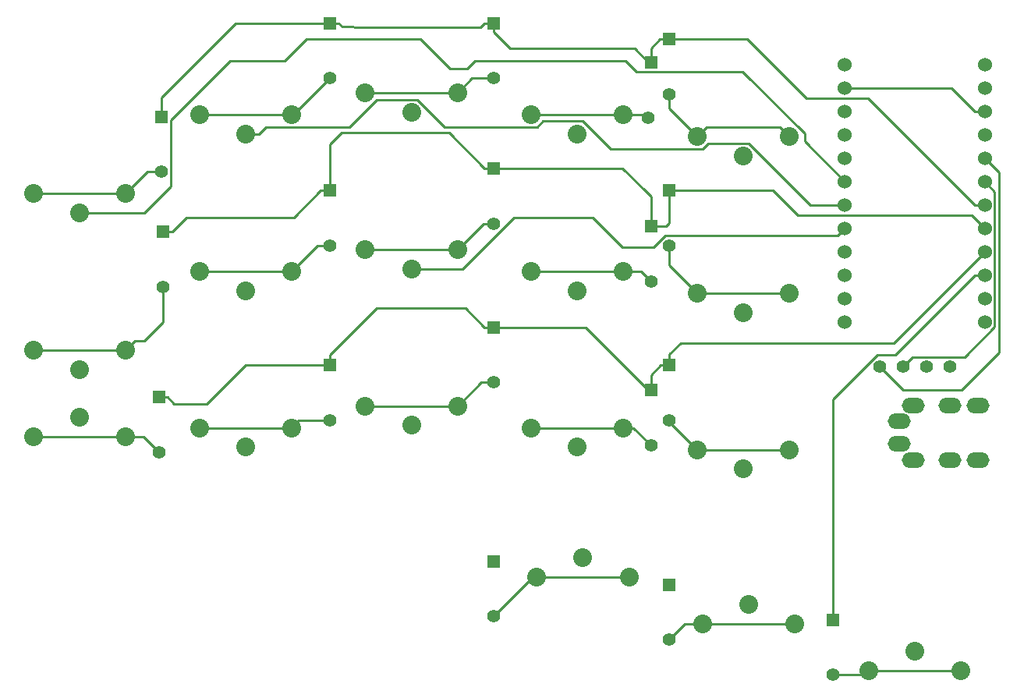
<source format=gbl>
G04 #@! TF.GenerationSoftware,KiCad,Pcbnew,(5.1.5-0-10_14)*
G04 #@! TF.CreationDate,2020-05-05T15:06:42+01:00*
G04 #@! TF.ProjectId,beak,6265616b-2e6b-4696-9361-645f70636258,2.1*
G04 #@! TF.SameCoordinates,Original*
G04 #@! TF.FileFunction,Copper,L2,Bot*
G04 #@! TF.FilePolarity,Positive*
%FSLAX46Y46*%
G04 Gerber Fmt 4.6, Leading zero omitted, Abs format (unit mm)*
G04 Created by KiCad (PCBNEW (5.1.5-0-10_14)) date 2020-05-05 15:06:42*
%MOMM*%
%LPD*%
G04 APERTURE LIST*
%ADD10C,2.032000*%
%ADD11C,1.397000*%
%ADD12R,1.397000X1.397000*%
%ADD13C,1.524000*%
%ADD14O,2.500000X1.700000*%
%ADD15C,0.250000*%
G04 APERTURE END LIST*
D10*
X116620000Y-85540000D03*
X111620000Y-87640000D03*
X121620000Y-87640000D03*
X116000000Y-70820000D03*
X111000000Y-68720000D03*
X121000000Y-68720000D03*
D11*
X108000000Y-65545000D03*
D12*
X108000000Y-59545000D03*
D11*
X138430000Y-59690000D03*
X135890000Y-59690000D03*
X133350000Y-59690000D03*
X130810000Y-59690000D03*
D10*
X98620000Y-80460000D03*
X93620000Y-82560000D03*
X103620000Y-82560000D03*
X139620000Y-92720000D03*
X129620000Y-92720000D03*
X134620000Y-90620000D03*
D13*
X127011400Y-26922000D03*
X127011400Y-29462000D03*
X127011400Y-32002000D03*
X127011400Y-34542000D03*
X127011400Y-37082000D03*
X127011400Y-39622000D03*
X127011400Y-42162000D03*
X127011400Y-44702000D03*
X127011400Y-47242000D03*
X127011400Y-49782000D03*
X127011400Y-52322000D03*
X127011400Y-54862000D03*
X142231400Y-54862000D03*
X142231400Y-52322000D03*
X142231400Y-49782000D03*
X142231400Y-47242000D03*
X142231400Y-44702000D03*
X142231400Y-42162000D03*
X142231400Y-39622000D03*
X142231400Y-37082000D03*
X142231400Y-34542000D03*
X142231400Y-32002000D03*
X142231400Y-29462000D03*
X142231400Y-26922000D03*
D10*
X98000000Y-68445000D03*
X93000000Y-66345000D03*
X103000000Y-66345000D03*
X80000000Y-66070000D03*
X75000000Y-63970000D03*
X85000000Y-63970000D03*
X62000000Y-68445000D03*
X57000000Y-66345000D03*
X67000000Y-66345000D03*
X49000000Y-67305000D03*
X39000000Y-67305000D03*
X44000000Y-65205000D03*
X116000000Y-53820000D03*
X111000000Y-51720000D03*
X121000000Y-51720000D03*
X98000000Y-51440000D03*
X93000000Y-49340000D03*
X103000000Y-49340000D03*
X80000000Y-49070000D03*
X75000000Y-46970000D03*
X85000000Y-46970000D03*
X62000000Y-51440000D03*
X57000000Y-49340000D03*
X67000000Y-49340000D03*
X49000000Y-57900000D03*
X39000000Y-57900000D03*
X44000000Y-60000000D03*
X116000000Y-36820000D03*
X111000000Y-34720000D03*
X121000000Y-34720000D03*
X98000000Y-34440000D03*
X93000000Y-32340000D03*
X103000000Y-32340000D03*
X85000000Y-29980000D03*
X75000000Y-29980000D03*
X80000000Y-32080000D03*
X62000000Y-34440000D03*
X57000000Y-32340000D03*
X67000000Y-32340000D03*
X49000000Y-40900000D03*
X39000000Y-40900000D03*
X44000000Y-43000000D03*
D14*
X132980000Y-65650000D03*
X134480000Y-69850000D03*
X138480000Y-69850000D03*
X141480000Y-69850000D03*
X138480000Y-63900000D03*
X141480000Y-63900000D03*
X132980000Y-68100000D03*
X134480000Y-63900000D03*
D11*
X52840000Y-38560000D03*
D12*
X52840000Y-32560000D03*
X71120000Y-22400000D03*
D11*
X71120000Y-28400000D03*
X88900000Y-28400000D03*
D12*
X88900000Y-22400000D03*
D11*
X105680000Y-32670000D03*
D12*
X106000000Y-26670000D03*
D11*
X107950000Y-30130000D03*
D12*
X107950000Y-24130000D03*
D11*
X53070000Y-51060000D03*
D12*
X53070000Y-45060000D03*
X71120000Y-40545000D03*
D11*
X71120000Y-46545000D03*
X88900000Y-44170000D03*
D12*
X88900000Y-38170000D03*
D11*
X106000000Y-50450000D03*
D12*
X106000000Y-44450000D03*
D11*
X108000000Y-46545000D03*
D12*
X108000000Y-40545000D03*
D11*
X52570000Y-68995000D03*
D12*
X52570000Y-62995000D03*
D11*
X71120000Y-65545000D03*
D12*
X71120000Y-59545000D03*
X88900000Y-55420000D03*
D11*
X88900000Y-61420000D03*
X106000000Y-68230000D03*
D12*
X106000000Y-62230000D03*
D11*
X88900000Y-86820000D03*
D12*
X88900000Y-80820000D03*
D11*
X107950000Y-89360000D03*
D12*
X107950000Y-83360000D03*
D11*
X125730000Y-93170000D03*
D12*
X125730000Y-87170000D03*
D15*
X52840000Y-32560000D02*
X52840000Y-30459666D01*
X60899666Y-22400000D02*
X70171500Y-22400000D01*
X52840000Y-30459666D02*
X60899666Y-22400000D01*
X70171500Y-22400000D02*
X71120000Y-22400000D01*
X72468801Y-22800301D02*
X72068500Y-22400000D01*
X104221801Y-25160301D02*
X90711801Y-25160301D01*
X105731500Y-26670000D02*
X104221801Y-25160301D01*
X72068500Y-22400000D02*
X71120000Y-22400000D01*
X88900000Y-22400000D02*
X88900000Y-22860000D01*
X106000000Y-25721500D02*
X106000000Y-26670000D01*
X106000000Y-25131500D02*
X106000000Y-25721500D01*
X107001500Y-24130000D02*
X106000000Y-25131500D01*
X107950000Y-24130000D02*
X107001500Y-24130000D01*
X110490000Y-24130000D02*
X107950000Y-24130000D01*
X88900000Y-23348500D02*
X88900000Y-22400000D01*
X90711801Y-25160301D02*
X89290750Y-23739250D01*
X89290750Y-23739250D02*
X88900000Y-23348500D01*
X87951500Y-22400000D02*
X87491500Y-22860000D01*
X88900000Y-22400000D02*
X87951500Y-22400000D01*
X87491500Y-22860000D02*
X74930000Y-22860000D01*
X74930000Y-22860000D02*
X72468801Y-22800301D01*
X108898500Y-24130000D02*
X107950000Y-24130000D01*
X116450334Y-24130000D02*
X108898500Y-24130000D01*
X122869335Y-30549001D02*
X116450334Y-24130000D01*
X129540771Y-30549001D02*
X122869335Y-30549001D01*
X141153770Y-42162000D02*
X129540771Y-30549001D01*
X142231400Y-42162000D02*
X141153770Y-42162000D01*
X102940000Y-38170000D02*
X88900000Y-38170000D01*
X87951500Y-38170000D02*
X84071500Y-34290000D01*
X88900000Y-38170000D02*
X87951500Y-38170000D01*
X84071500Y-34290000D02*
X72390000Y-34290000D01*
X71120000Y-35560000D02*
X71120000Y-40545000D01*
X72390000Y-34290000D02*
X71120000Y-35560000D01*
X54018500Y-45060000D02*
X53070000Y-45060000D01*
X55578001Y-43500499D02*
X54018500Y-45060000D01*
X67216001Y-43500499D02*
X55578001Y-43500499D01*
X70171500Y-40545000D02*
X67216001Y-43500499D01*
X71120000Y-40545000D02*
X70171500Y-40545000D01*
X108000000Y-40545000D02*
X108000000Y-44078500D01*
X108948500Y-40545000D02*
X108000000Y-40545000D01*
X119259046Y-40545000D02*
X108948500Y-40545000D01*
X121963047Y-43249001D02*
X119259046Y-40545000D01*
X140823401Y-43249001D02*
X121963047Y-43249001D01*
X142276400Y-44702000D02*
X140823401Y-43249001D01*
X106000000Y-41230000D02*
X106000000Y-44450000D01*
X105410000Y-40640000D02*
X106000000Y-41230000D01*
X105410000Y-40640000D02*
X102940000Y-38170000D01*
X107628500Y-44450000D02*
X108000000Y-44078500D01*
X106000000Y-44450000D02*
X107628500Y-44450000D01*
X51340000Y-38560000D02*
X49000000Y-40900000D01*
X52840000Y-38560000D02*
X51340000Y-38560000D01*
X49000000Y-40900000D02*
X39000000Y-40900000D01*
X89848500Y-55420000D02*
X88900000Y-55420000D01*
X98921500Y-55420000D02*
X89848500Y-55420000D01*
X105731500Y-62230000D02*
X98921500Y-55420000D01*
X53518500Y-62995000D02*
X52570000Y-62995000D01*
X54244401Y-63720901D02*
X53518500Y-62995000D01*
X57805637Y-63720901D02*
X54244401Y-63720901D01*
X61981538Y-59545000D02*
X57805637Y-63720901D01*
X71120000Y-59545000D02*
X61981538Y-59545000D01*
X87951500Y-55420000D02*
X85871500Y-53340000D01*
X88900000Y-55420000D02*
X87951500Y-55420000D01*
X71120000Y-58596500D02*
X71120000Y-59545000D01*
X71120000Y-58415954D02*
X71120000Y-58596500D01*
X76195954Y-53340000D02*
X71120000Y-58415954D01*
X85871500Y-53340000D02*
X76195954Y-53340000D01*
X109220000Y-57150000D02*
X108000000Y-58370000D01*
X108000000Y-58370000D02*
X108000000Y-59545000D01*
X142276400Y-47242000D02*
X140970000Y-48548400D01*
X142276400Y-47242000D02*
X132368400Y-57150000D01*
X132368400Y-57150000D02*
X121920000Y-57150000D01*
X121920000Y-57150000D02*
X109220000Y-57150000D01*
X124460000Y-57150000D02*
X121920000Y-57150000D01*
X106000000Y-61281500D02*
X106000000Y-62230000D01*
X107051500Y-59545000D02*
X106000000Y-60596500D01*
X106000000Y-60596500D02*
X106000000Y-61281500D01*
X108000000Y-59545000D02*
X107051500Y-59545000D01*
X67000000Y-32340000D02*
X57000000Y-32340000D01*
X71120000Y-28400000D02*
X67180000Y-32340000D01*
X67180000Y-32340000D02*
X67000000Y-32340000D01*
X132515770Y-58420000D02*
X130565218Y-58420000D01*
X141153770Y-49782000D02*
X132515770Y-58420000D01*
X142231400Y-49782000D02*
X141153770Y-49782000D01*
X125730000Y-86221500D02*
X125730000Y-87170000D01*
X125730000Y-82550000D02*
X125730000Y-87170000D01*
X125730000Y-63255218D02*
X125730000Y-87170000D01*
X130565218Y-58420000D02*
X125730000Y-63255218D01*
X86580000Y-28400000D02*
X85000000Y-29980000D01*
X88900000Y-28400000D02*
X86580000Y-28400000D01*
X85000000Y-29980000D02*
X75000000Y-29980000D01*
X103330000Y-32670000D02*
X103000000Y-32340000D01*
X103000000Y-32340000D02*
X93000000Y-32340000D01*
X105350000Y-32340000D02*
X105680000Y-32670000D01*
X103000000Y-32340000D02*
X105350000Y-32340000D01*
X112015999Y-33704001D02*
X111000000Y-34720000D01*
X119984001Y-33704001D02*
X112015999Y-33704001D01*
X121000000Y-34720000D02*
X119984001Y-33704001D01*
X107950000Y-31670000D02*
X111000000Y-34720000D01*
X107950000Y-30130000D02*
X107950000Y-31670000D01*
X53070000Y-51060000D02*
X53070000Y-54840000D01*
X49000000Y-57900000D02*
X39000000Y-57900000D01*
X51025999Y-56884001D02*
X53070000Y-54840000D01*
X50015999Y-56884001D02*
X51025999Y-56884001D01*
X49000000Y-57900000D02*
X50015999Y-56884001D01*
X69795000Y-46545000D02*
X67000000Y-49340000D01*
X71120000Y-46545000D02*
X69795000Y-46545000D01*
X67000000Y-49340000D02*
X57000000Y-49340000D01*
X87800000Y-44170000D02*
X85000000Y-46970000D01*
X88900000Y-44170000D02*
X87800000Y-44170000D01*
X75000000Y-46970000D02*
X85000000Y-46970000D01*
X103000000Y-49340000D02*
X93000000Y-49340000D01*
X104890000Y-49340000D02*
X106000000Y-50450000D01*
X103000000Y-49340000D02*
X104890000Y-49340000D01*
X108000000Y-48720000D02*
X111000000Y-51720000D01*
X108000000Y-46545000D02*
X108000000Y-48720000D01*
X119563160Y-51720000D02*
X111000000Y-51720000D01*
X121000000Y-51720000D02*
X119563160Y-51720000D01*
X39000000Y-67305000D02*
X49000000Y-67305000D01*
X50880000Y-67305000D02*
X52570000Y-68995000D01*
X49000000Y-67305000D02*
X50880000Y-67305000D01*
X67000000Y-66345000D02*
X57000000Y-66345000D01*
X71120000Y-65545000D02*
X67800000Y-65545000D01*
X67800000Y-65545000D02*
X67000000Y-66345000D01*
X85000000Y-63970000D02*
X75000000Y-63970000D01*
X88900000Y-61420000D02*
X87550000Y-61420000D01*
X87550000Y-61420000D02*
X85000000Y-63970000D01*
X103000000Y-66345000D02*
X93000000Y-66345000D01*
X104115000Y-66345000D02*
X103000000Y-66345000D01*
X106000000Y-68230000D02*
X104115000Y-66345000D01*
X111000000Y-68720000D02*
X108000000Y-65720000D01*
X108000000Y-65720000D02*
X108000000Y-65545000D01*
X121000000Y-68720000D02*
X111000000Y-68720000D01*
X93160000Y-82560000D02*
X93620000Y-82560000D01*
X88900000Y-86820000D02*
X93160000Y-82560000D01*
X93620000Y-82560000D02*
X103620000Y-82560000D01*
X111760000Y-86880000D02*
X111760000Y-88090000D01*
X109670000Y-87640000D02*
X111620000Y-87640000D01*
X107950000Y-89360000D02*
X109670000Y-87640000D01*
X111620000Y-87640000D02*
X121620000Y-87640000D01*
X129170000Y-93170000D02*
X129620000Y-92720000D01*
X125730000Y-93170000D02*
X129170000Y-93170000D01*
X129620000Y-92720000D02*
X139620000Y-92720000D01*
X128089030Y-29462000D02*
X127011400Y-29462000D01*
X138613770Y-29462000D02*
X128089030Y-29462000D01*
X141153770Y-32002000D02*
X138613770Y-29462000D01*
X142231400Y-32002000D02*
X141153770Y-32002000D01*
X44000000Y-43000000D02*
X49350000Y-43000000D01*
X50980000Y-43000000D02*
X44000000Y-43000000D01*
X60279835Y-26500499D02*
X53863501Y-32916833D01*
X66273547Y-26500499D02*
X60279835Y-26500499D01*
X80968462Y-24130000D02*
X68644046Y-24130000D01*
X104393835Y-27693501D02*
X103200833Y-26500499D01*
X68644046Y-24130000D02*
X66273547Y-26500499D01*
X53863501Y-32916833D02*
X53863501Y-40116499D01*
X115958183Y-27693501D02*
X104393835Y-27693501D01*
X84194363Y-27355901D02*
X80968462Y-24130000D01*
X53863501Y-40116499D02*
X50980000Y-43000000D01*
X86919835Y-26500499D02*
X86064433Y-27355901D01*
X103200833Y-26500499D02*
X86919835Y-26500499D01*
X122675901Y-34411219D02*
X115958183Y-27693501D01*
X86064433Y-27355901D02*
X84194363Y-27355901D01*
X127056400Y-39622000D02*
X122675901Y-35241501D01*
X122675901Y-35241501D02*
X122675901Y-34411219D01*
X63436840Y-34440000D02*
X62000000Y-34440000D01*
X73283681Y-33681001D02*
X64195839Y-33681001D01*
X76225683Y-30738999D02*
X73283681Y-33681001D01*
X80643681Y-30738999D02*
X76225683Y-30738999D01*
X93643681Y-33681001D02*
X83585683Y-33681001D01*
X64195839Y-33681001D02*
X63436840Y-34440000D01*
X98564682Y-33020000D02*
X94304682Y-33020000D01*
X101605683Y-36061001D02*
X98564682Y-33020000D01*
X111643681Y-36061001D02*
X101605683Y-36061001D01*
X112225683Y-35478999D02*
X111643681Y-36061001D01*
X116643681Y-35478999D02*
X112225683Y-35478999D01*
X123326682Y-42162000D02*
X116643681Y-35478999D01*
X83585683Y-33681001D02*
X80643681Y-30738999D01*
X94304682Y-33020000D02*
X93643681Y-33681001D01*
X127056400Y-42162000D02*
X123326682Y-42162000D01*
X85514782Y-49070000D02*
X80000000Y-49070000D01*
X91119501Y-43500499D02*
X90170000Y-44450000D01*
X99720165Y-43500499D02*
X91119501Y-43500499D01*
X102935567Y-46715901D02*
X99720165Y-43500499D01*
X127056400Y-44702000D02*
X126284899Y-45473501D01*
X106314317Y-46715901D02*
X102935567Y-46715901D01*
X90170000Y-44450000D02*
X85514782Y-49070000D01*
X107556717Y-45473501D02*
X106314317Y-46715901D01*
X126284899Y-45473501D02*
X107556717Y-45473501D01*
X134048499Y-58991501D02*
X133350000Y-59690000D01*
X134373501Y-58666499D02*
X134048499Y-58991501D01*
X140035663Y-58666499D02*
X134373501Y-58666499D01*
X143318401Y-55383761D02*
X140035663Y-58666499D01*
X143318401Y-40709001D02*
X143318401Y-55383761D01*
X142231400Y-39622000D02*
X143318401Y-40709001D01*
X143768410Y-38619010D02*
X143768410Y-58161590D01*
X142231400Y-37082000D02*
X143768410Y-38619010D01*
X143768410Y-58161590D02*
X139700000Y-62230000D01*
X133350000Y-62230000D02*
X130810000Y-59690000D01*
X139700000Y-62230000D02*
X133350000Y-62230000D01*
M02*

</source>
